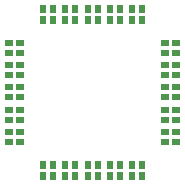
<source format=gbr>
%TF.GenerationSoftware,KiCad,Pcbnew,6.0.5-a6ca702e91~116~ubuntu20.04.1*%
%TF.CreationDate,2022-05-11T23:16:09+02:00*%
%TF.ProjectId,uHoubolt_PCB_GNSS,75486f75-626f-46c7-945f-5043425f474e,rev?*%
%TF.SameCoordinates,PX8f0d180PY5f5e100*%
%TF.FileFunction,Paste,Top*%
%TF.FilePolarity,Positive*%
%FSLAX46Y46*%
G04 Gerber Fmt 4.6, Leading zero omitted, Abs format (unit mm)*
G04 Created by KiCad (PCBNEW 6.0.5-a6ca702e91~116~ubuntu20.04.1) date 2022-05-11 23:16:09*
%MOMM*%
%LPD*%
G01*
G04 APERTURE LIST*
G04 Aperture macros list*
%AMRoundRect*
0 Rectangle with rounded corners*
0 $1 Rounding radius*
0 $2 $3 $4 $5 $6 $7 $8 $9 X,Y pos of 4 corners*
0 Add a 4 corners polygon primitive as box body*
4,1,4,$2,$3,$4,$5,$6,$7,$8,$9,$2,$3,0*
0 Add four circle primitives for the rounded corners*
1,1,$1+$1,$2,$3*
1,1,$1+$1,$4,$5*
1,1,$1+$1,$6,$7*
1,1,$1+$1,$8,$9*
0 Add four rect primitives between the rounded corners*
20,1,$1+$1,$2,$3,$4,$5,0*
20,1,$1+$1,$4,$5,$6,$7,0*
20,1,$1+$1,$6,$7,$8,$9,0*
20,1,$1+$1,$8,$9,$2,$3,0*%
G04 Aperture macros list end*
%ADD10RoundRect,0.038280X0.321720X-0.251720X0.321720X0.251720X-0.321720X0.251720X-0.321720X-0.251720X0*%
%ADD11RoundRect,0.038280X-0.251720X-0.321720X0.251720X-0.321720X0.251720X0.321720X-0.251720X0.321720X0*%
G04 APERTURE END LIST*
D10*
%TO.C,U1*%
X7100000Y1475000D03*
X6100000Y-3375000D03*
D11*
X-1475000Y-7100000D03*
D10*
X-7100000Y4225000D03*
D11*
X-2325000Y7100000D03*
X-3375000Y-7100000D03*
X-4225000Y-7100000D03*
D10*
X-6100000Y4225000D03*
D11*
X-1475000Y6100000D03*
X425000Y-7100000D03*
X-2325000Y-7100000D03*
D10*
X-6100000Y-4225000D03*
D11*
X3375000Y7100000D03*
D10*
X7100000Y-3375000D03*
X-6100000Y2325000D03*
D11*
X2325000Y6100000D03*
D10*
X7100000Y-425000D03*
D11*
X2325000Y-6100000D03*
X-2325000Y-6100000D03*
D10*
X-7100000Y-4225000D03*
X-7100000Y3375000D03*
D11*
X-3375000Y7100000D03*
D10*
X-7100000Y-2325000D03*
X-7100000Y-425000D03*
D11*
X425000Y7100000D03*
D10*
X-6100000Y-425000D03*
D11*
X1475000Y-6100000D03*
D10*
X7100000Y-4225000D03*
D11*
X-3375000Y6100000D03*
D10*
X6100000Y1475000D03*
D11*
X2325000Y-7100000D03*
X-4225000Y-6100000D03*
D10*
X6100000Y4225000D03*
X7100000Y2325000D03*
X-6100000Y1475000D03*
D11*
X-425000Y6100000D03*
X425000Y6100000D03*
D10*
X-7100000Y-1475000D03*
D11*
X4225000Y6100000D03*
D10*
X7100000Y-2325000D03*
X-6100000Y-2325000D03*
X-7100000Y1475000D03*
D11*
X1475000Y7100000D03*
D10*
X6100000Y425000D03*
X-6100000Y-3375000D03*
D11*
X-1475000Y-6100000D03*
D10*
X7100000Y3375000D03*
X6100000Y3375000D03*
D11*
X-425000Y-7100000D03*
X3375000Y-6100000D03*
D10*
X6100000Y-1475000D03*
D11*
X1475000Y-7100000D03*
X-4225000Y7100000D03*
D10*
X-7100000Y2325000D03*
X6100000Y-4225000D03*
D11*
X-425000Y-6100000D03*
X3375000Y6100000D03*
X4225000Y7100000D03*
X3375000Y-7100000D03*
X-425000Y7100000D03*
X-3375000Y-6100000D03*
D10*
X7100000Y425000D03*
D11*
X4225000Y-7100000D03*
D10*
X-6100000Y3375000D03*
X-7100000Y-3375000D03*
D11*
X1475000Y6100000D03*
D10*
X-7100000Y425000D03*
D11*
X-1475000Y7100000D03*
X-2325000Y6100000D03*
D10*
X-6100000Y425000D03*
X-6100000Y-1475000D03*
X7100000Y-1475000D03*
D11*
X425000Y-6100000D03*
D10*
X6100000Y-2325000D03*
D11*
X2325000Y7100000D03*
X-4225000Y6100000D03*
D10*
X6100000Y2325000D03*
X7100000Y4225000D03*
D11*
X4225000Y-6100000D03*
D10*
X6100000Y-425000D03*
%TD*%
M02*

</source>
